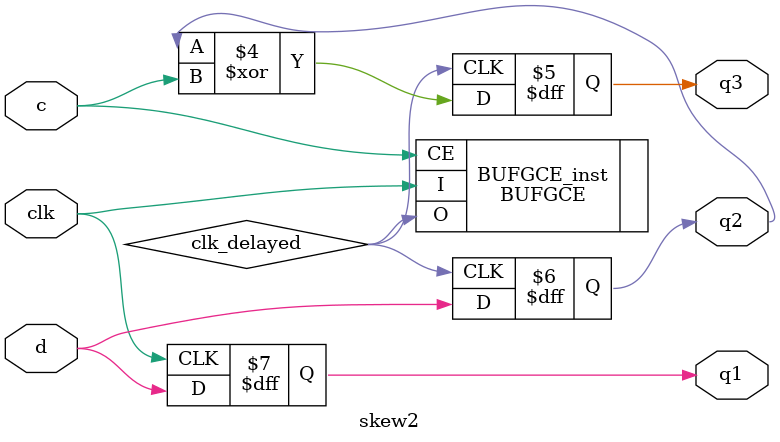
<source format=v>

module skew2(
	input clk,
	input d,
	input c,
	output reg q1,
	output reg q2,
	output reg q3
);

	wire clk_delayed;
	always @(posedge clk) q1 <= d;

	always @(posedge clk_delayed) q2 <= d;
	always @(posedge clk_delayed) q3 <=q2 ^ c;

	BUFGCE BUFGCE_inst (
		.O(clk_delayed),
		.CE(c),
		.I(clk)
);
endmodule

</source>
